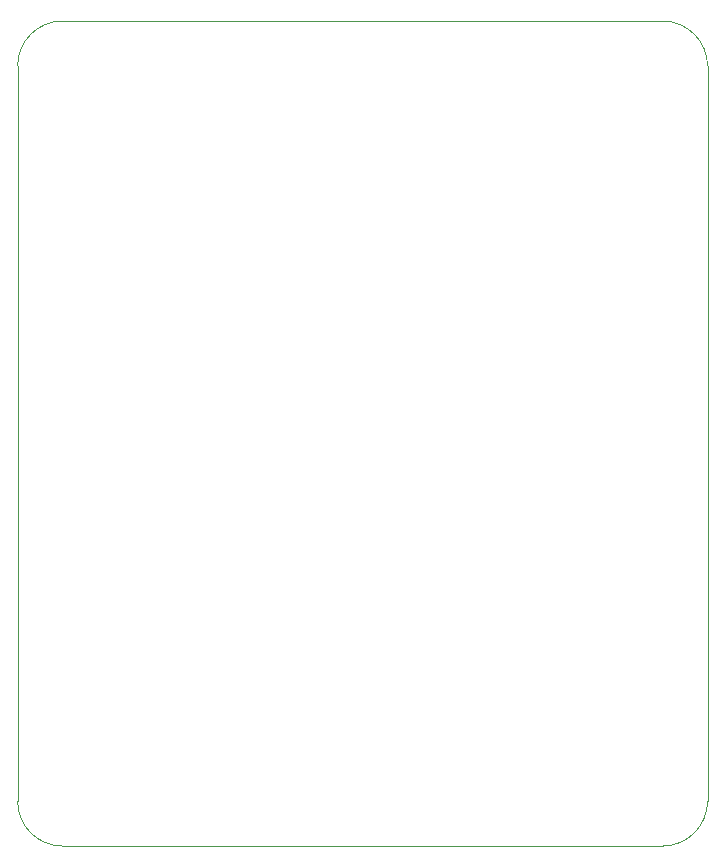
<source format=gbr>
%TF.GenerationSoftware,KiCad,Pcbnew,(5.1.6)-1*%
%TF.CreationDate,2021-04-07T17:49:54+02:00*%
%TF.ProjectId,atmega_isp,61746d65-6761-45f6-9973-702e6b696361,rev?*%
%TF.SameCoordinates,Original*%
%TF.FileFunction,Profile,NP*%
%FSLAX46Y46*%
G04 Gerber Fmt 4.6, Leading zero omitted, Abs format (unit mm)*
G04 Created by KiCad (PCBNEW (5.1.6)-1) date 2021-04-07 17:49:54*
%MOMM*%
%LPD*%
G01*
G04 APERTURE LIST*
%TA.AperFunction,Profile*%
%ADD10C,0.050000*%
%TD*%
G04 APERTURE END LIST*
D10*
X171450000Y-71120000D02*
G75*
G02*
X175260000Y-74930000I0J-3810000D01*
G01*
X175260000Y-137160000D02*
G75*
G02*
X171450000Y-140970000I-3810000J0D01*
G01*
X120650000Y-140970000D02*
G75*
G02*
X116840000Y-137160000I0J3810000D01*
G01*
X116840000Y-74930000D02*
G75*
G02*
X120650000Y-71120000I3810000J0D01*
G01*
X171450000Y-71120000D02*
X120650000Y-71120000D01*
X175260000Y-137160000D02*
X175260000Y-74930000D01*
X120650000Y-140970000D02*
X171450000Y-140970000D01*
X116840000Y-74930000D02*
X116840000Y-137160000D01*
M02*

</source>
